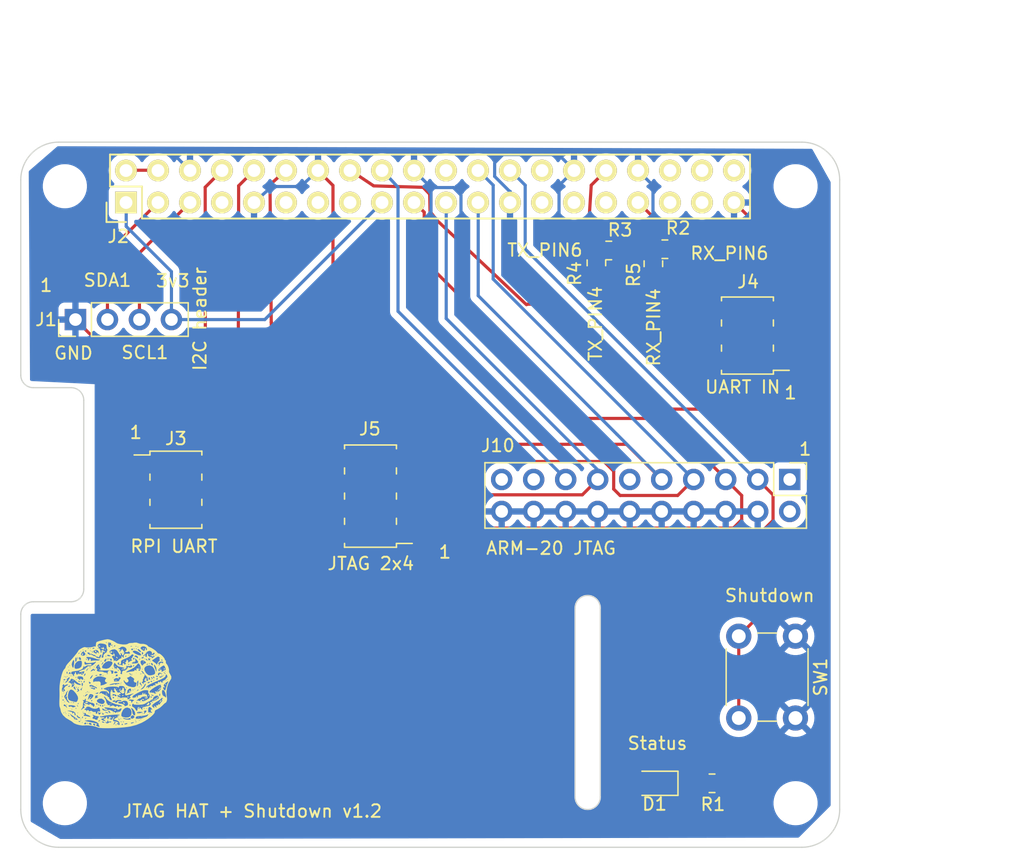
<source format=kicad_pcb>
(kicad_pcb (version 20221018) (generator pcbnew)
  (layers (0 "F.Cu" signal) (31 "B.Cu" signal) (34 "B.Paste" user) (35 "F.Paste" user) (36 "B.SilkS" user "B.Silkscreen") (37 "F.SilkS" user "F.Silkscreen") (38 "B.Mask" user) (39 "F.Mask" user) (44 "Edge.Cuts" user))
  (net 0 "")
  (net 1 "+3.3V")
  (net 2 "+5V")
  (net 3 "GND")
  (net 29 "/RPi_GPIO/SDA")
  (net 30 "/RPi_GPIO/SCL")
  (net 31 "/RPi_GPIO/RXD0")
  (net 32 "/RPi_GPIO/TXD0")
  (net 33 "/RPi_GPIO/GPIO18")
  (net 34 "/RPi_GPIO/GPIO23")
  (net 35 "/RPi_GPIO/SRST")
  (net 36 "/RPi_GPIO/TDI")
  (net 37 "/RPi_GPIO/TDO")
  (net 38 "/RPi_GPIO/TCK")
  (net 39 "/RPi_GPIO/TMS")
  (net 40 "/RPi_GPIO/TRST")
  (net 41 "/RPi_GPIO/RXD5")
  (net 42 "Net-(D1-K)")
  (net 43 "/RPi_GPIO/TXD5")
  (net 44 "/RPi_GPIO/PIN6_RXTX")
  (net 45 "/RPi_GPIO/PIN4_RXTX")
  (footprint "Resistor_SMD:R_0805_2012Metric_Pad1.20x1.40mm_HandSolder" (layer "F.Cu") (at 151.8412 62.8048 90)
    (fp_text reference "R4" (at -0.8476 -1.7272 90) (layer "F.SilkS"))
    (fp_text value "R0")
    (pad "1" smd roundrect (at -1 0 90) (size 1.2 1.4) (layers "F.Cu" "F.Paste" "F.Mask") (roundrect_rratio 0.208333) (net 45 "/RPi_GPIO/PIN4_RXTX"))
    (pad "2" smd roundrect (at 1 0 90) (size 1.2 1.4) (layers "F.Cu" "F.Paste" "F.Mask") (roundrect_rratio 0.208333) (net 43 "/RPi_GPIO/TXD5"))
  )
  (footprint "Resistor_SMD:R_0805_2012Metric_Pad1.20x1.40mm_HandSolder" (layer "F.Cu") (at 156.3624 62.8744 -90)
    (fp_text reference "R5" (at 0.8796 1.5748 -90) (layer "F.SilkS"))
    (fp_text value "R0")
    (pad "1" smd roundrect (at -1 0 270) (size 1.2 1.4) (layers "F.Cu" "F.Paste" "F.Mask") (roundrect_rratio 0.208333) (net 41 "/RPi_GPIO/RXD5"))
    (pad "2" smd roundrect (at 1 0 270) (size 1.2 1.4) (layers "F.Cu" "F.Paste" "F.Mask") (roundrect_rratio 0.208333) (net 45 "/RPi_GPIO/PIN4_RXTX"))
  )
  (footprint "Resistor_SMD:R_0805_2012Metric_Pad1.20x1.40mm_HandSolder" (layer "F.Cu") (at 157.2768 61.722)
    (fp_text reference "R2" (at 1.0508 -1.6764) (layer "F.SilkS"))
    (fp_text value "R0")
    (pad "1" smd roundrect (at -1 0) (size 1.2 1.4) (layers "F.Cu" "F.Paste" "F.Mask") (roundrect_rratio 0.208333) (net 41 "/RPi_GPIO/RXD5"))
    (pad "2" smd roundrect (at 1 0) (size 1.2 1.4) (layers "F.Cu" "F.Paste" "F.Mask") (roundrect_rratio 0.208333) (net 44 "/RPi_GPIO/PIN6_RXTX"))
  )
  (footprint "MountingHole:MountingHole_3mm" (layer "F.Cu") (at 109.65 105.72)
    (fp_text reference "H3" hide)
    (fp_text value "MountingHole")
    (pad "" np_thru_hole circle (at 0 0) (size 3 3) (drill 3) (layers "*.Cu" "*.Mask"))
  )
  (footprint "LED_SMD:LED_0805_2012Metric_Pad1.15x1.40mm_HandSolder" (layer "F.Cu") (at 156.455 104.14 180)
    (fp_text reference "D1" (at 0 -1.65) (layer "F.SilkS"))
    (fp_text value "LED")
    (pad "1" smd roundrect (at -1.025 0 180) (size 1.15 1.4) (layers "F.Cu" "F.Paste" "F.Mask") (roundrect_rratio 0.217391) (net 42 "Net-(D1-K)"))
    (pad "2" smd roundrect (at 1.025 0 180) (size 1.15 1.4) (layers "F.Cu" "F.Paste" "F.Mask") (roundrect_rratio 0.217391) (net 33 "/RPi_GPIO/GPIO18"))
  )
  (footprint "Connector_PinHeader_2.00mm:PinHeader_2x03_P2.00mm_Vertical_SMD" (layer "F.Cu") (at 163.83 68.58 180)
    (fp_text reference "J4" (at -0.0508 4.2672) (layer "F.SilkS"))
    (fp_text value "UART IN")
    (pad "1" smd rect (at -2.085 -2 180) (size 2.58 1) (layers "F.Cu" "F.Paste" "F.Mask"))
    (pad "2" smd rect (at 2.085 -2 180) (size 2.58 1) (layers "F.Cu" "F.Paste" "F.Mask"))
    (pad "3" smd rect (at -2.085 0 180) (size 2.58 1) (layers "F.Cu" "F.Paste" "F.Mask") (net 3 "GND"))
    (pad "4" smd rect (at 2.085 0 180) (size 2.58 1) (layers "F.Cu" "F.Paste" "F.Mask") (net 45 "/RPi_GPIO/PIN4_RXTX"))
    (pad "5" smd rect (at -2.085 2 180) (size 2.58 1) (layers "F.Cu" "F.Paste" "F.Mask"))
    (pad "6" smd rect (at 2.085 2 180) (size 2.58 1) (layers "F.Cu" "F.Paste" "F.Mask") (net 44 "/RPi_GPIO/PIN6_RXTX"))
  )
  (footprint "Button_Switch_THT:SW_PUSH_6mm" (layer "F.Cu") (at 167.64 92.456 -90)
    (fp_text reference "SW1" (at 3.25 -2 90) (layer "F.SilkS"))
    (fp_text value "SW_Push")
    (pad "1" thru_hole circle (at 0 0) (size 2 2) (drill 1.1) (layers "*.Cu" "*.Mask") (net 3 "GND"))
    (pad "1" thru_hole circle (at 6.5 0) (size 2 2) (drill 1.1) (layers "*.Cu" "*.Mask") (net 3 "GND"))
    (pad "2" thru_hole circle (at 0 4.5) (size 2 2) (drill 1.1) (layers "*.Cu" "*.Mask") (net 34 "/RPi_GPIO/GPIO23"))
    (pad "2" thru_hole circle (at 6.5 4.5) (size 2 2) (drill 1.1) (layers "*.Cu" "*.Mask") (net 34 "/RPi_GPIO/GPIO23"))
  )
  (footprint "Connector_PinHeader_2.54mm:PinHeader_2x10_P2.54mm_Vertical" (layer "F.Cu") (at 167.1828 80.01 -90)
    (fp_text reference "J10" (at -2.6924 23.1648 -180) (layer "F.SilkS"))
    (fp_text value "ARM-20 JTAG")
    (pad "1" thru_hole rect (at 0 0 270) (size 1.7 1.7) (drill 1) (layers "*.Cu" "*.Mask"))
    (pad "2" thru_hole oval (at 2.54 0 270) (size 1.7 1.7) (drill 1) (layers "*.Cu" "*.Mask"))
    (pad "3" thru_hole oval (at 0 2.54 270) (size 1.7 1.7) (drill 1) (layers "*.Cu" "*.Mask") (net 40 "/RPi_GPIO/TRST"))
    (pad "4" thru_hole oval (at 2.54 2.54 270) (size 1.7 1.7) (drill 1) (layers "*.Cu" "*.Mask") (net 3 "GND"))
    (pad "5" thru_hole oval (at 0 5.08 270) (size 1.7 1.7) (drill 1) (layers "*.Cu" "*.Mask") (net 36 "/RPi_GPIO/TDI"))
    (pad "6" thru_hole oval (at 2.54 5.08 270) (size 1.7 1.7) (drill 1) (layers "*.Cu" "*.Mask") (net 3 "GND"))
    (pad "7" thru_hole oval (at 0 7.62 270) (size 1.7 1.7) (drill 1) (layers "*.Cu" "*.Mask") (net 39 "/RPi_GPIO/TMS"))
    (pad "8" thru_hole oval (at 2.54 7.62 270) (size 1.7 1.7) (drill 1) (layers "*.Cu" "*.Mask") (net 3 "GND"))
    (pad "9" thru_hole oval (at 0 10.16 270) (size 1.7 1.7) (drill 1) (layers "*.Cu" "*.Mask") (net 38 "/RPi_GPIO/TCK"))
    (pad "10" thru_hole oval (at 2.54 10.16 270) (size 1.7 1.7) (drill 1) (layers "*.Cu" "*.Mask") (net 3 "GND"))
    (pad "11" thru_hole oval (at 0 12.7 270) (size 1.7 1.7) (drill 1) (layers "*.Cu" "*.Mask"))
    (pad "12" thru_hole oval (at 2.54 12.7 270) (size 1.7 1.7) (drill 1) (layers "*.Cu" "*.Mask") (net 3 "GND"))
    (pad "13" thru_hole oval (at 0 15.24 270) (size 1.7 1.7) (drill 1) (layers "*.Cu" "*.Mask") (net 37 "/RPi_GPIO/TDO"))
    (pad "14" thru_hole oval (at 2.54 15.24 270) (size 1.7 1.7) (drill 1) (layers "*.Cu" "*.Mask") (net 3 "GND"))
    (pad "15" thru_hole oval (at 0 17.78 270) (size 1.7 1.7) (drill 1) (layers "*.Cu" "*.Mask") (net 35 "/RPi_GPIO/SRST"))
    (pad "16" thru_hole oval (at 2.54 17.78 270) (size 1.7 1.7) (drill 1) (layers "*.Cu" "*.Mask") (net 3 "GND"))
    (pad "17" thru_hole oval (at 0 20.32 270) (size 1.7 1.7) (drill 1) (layers "*.Cu" "*.Mask"))
    (pad "18" thru_hole oval (at 2.54 20.32 270) (size 1.7 1.7) (drill 1) (layers "*.Cu" "*.Mask") (net 3 "GND"))
    (pad "19" thru_hole oval (at 0 22.86 270) (size 1.7 1.7) (drill 1) (layers "*.Cu" "*.Mask"))
    (pad "20" thru_hole oval (at 2.54 22.86 270) (size 1.7 1.7) (drill 1) (layers "*.Cu" "*.Mask") (net 3 "GND"))
  )
  (footprint "Resistor_SMD:R_0805_2012Metric_Pad1.20x1.40mm_HandSolder" (layer "F.Cu") (at 152.8224 61.8236 180)
    (fp_text reference "R3" (at -0.8984 1.6256) (layer "F.SilkS"))
    (fp_text value "R0")
    (pad "1" smd roundrect (at -1 0 180) (size 1.2 1.4) (layers "F.Cu" "F.Paste" "F.Mask") (roundrect_rratio 0.208333) (net 44 "/RPi_GPIO/PIN6_RXTX"))
    (pad "2" smd roundrect (at 1 0 180) (size 1.2 1.4) (layers "F.Cu" "F.Paste" "F.Mask") (roundrect_rratio 0.208333) (net 43 "/RPi_GPIO/TXD5"))
  )
  (footprint "RPi_Hat:Pin_Header_Straight_2x20" (layer "F.Cu") (at 138.6332 56.7436 90)
    (fp_text reference "J2" (at -3.9624 -24.7396) (layer "F.SilkS"))
    (fp_text value "RPi_GPIO")
    (pad "1" thru_hole rect (at -1.27 -24.13 90) (size 1.7272 1.7272) (drill 1.016) (layers "*.Cu" "*.Mask" "F.SilkS") (net 1 "+3.3V"))
    (pad "2" thru_hole oval (at 1.27 -24.13 90) (size 1.7272 1.7272) (drill 1.016) (layers "*.Cu" "*.Mask" "F.SilkS") (net 2 "+5V"))
    (pad "3" thru_hole oval (at -1.27 -21.59 90) (size 1.7272 1.7272) (drill 1.016) (layers "*.Cu" "*.Mask" "F.SilkS") (net 29 "/RPi_GPIO/SDA"))
    (pad "4" thru_hole oval (at 1.27 -21.59 90) (size 1.7272 1.7272) (drill 1.016) (layers "*.Cu" "*.Mask" "F.SilkS") (net 2 "+5V"))
    (pad "5" thru_hole oval (at -1.27 -19.05 90) (size 1.7272 1.7272) (drill 1.016) (layers "*.Cu" "*.Mask" "F.SilkS") (net 30 "/RPi_GPIO/SCL"))
    (pad "6" thru_hole oval (at 1.27 -19.05 90) (size 1.7272 1.7272) (drill 1.016) (layers "*.Cu" "*.Mask" "F.SilkS") (net 3 "GND"))
    (pad "7" thru_hole oval (at -1.27 -16.51 90) (size 1.7272 1.7272) (drill 1.016) (layers "*.Cu" "*.Mask" "F.SilkS"))
    (pad "8" thru_hole oval (at 1.27 -16.51 90) (size 1.7272 1.7272) (drill 1.016) (layers "*.Cu" "*.Mask" "F.SilkS") (net 32 "/RPi_GPIO/TXD0"))
    (pad "9" thru_hole oval (at -1.27 -13.97 90) (size 1.7272 1.7272) (drill 1.016) (layers "*.Cu" "*.Mask" "F.SilkS") (net 3 "GND"))
    (pad "10" thru_hole oval (at 1.27 -13.97 90) (size 1.7272 1.7272) (drill 1.016) (layers "*.Cu" "*.Mask" "F.SilkS") (net 31 "/RPi_GPIO/RXD0"))
    (pad "11" thru_hole oval (at -1.27 -11.43 90) (size 1.7272 1.7272) (drill 1.016) (layers "*.Cu" "*.Mask" "F.SilkS"))
    (pad "12" thru_hole oval (at 1.27 -11.43 90) (size 1.7272 1.7272) (drill 1.016) (layers "*.Cu" "*.Mask" "F.SilkS") (net 33 "/RPi_GPIO/GPIO18"))
    (pad "13" thru_hole oval (at -1.27 -8.89 90) (size 1.7272 1.7272) (drill 1.016) (layers "*.Cu" "*.Mask" "F.SilkS"))
    (pad "14" thru_hole oval (at 1.27 -8.89 90) (size 1.7272 1.7272) (drill 1.016) (layers "*.Cu" "*.Mask" "F.SilkS") (net 3 "GND"))
    (pad "15" thru_hole oval (at -1.27 -6.35 90) (size 1.7272 1.7272) (drill 1.016) (layers "*.Cu" "*.Mask" "F.SilkS"))
    (pad "16" thru_hole oval (at 1.27 -6.35 90) (size 1.7272 1.7272) (drill 1.016) (layers "*.Cu" "*.Mask" "F.SilkS") (net 34 "/RPi_GPIO/GPIO23"))
    (pad "17" thru_hole oval (at -1.27 -3.81 90) (size 1.7272 1.7272) (drill 1.016) (layers "*.Cu" "*.Mask" "F.SilkS") (net 1 "+3.3V"))
    (pad "18" thru_hole oval (at 1.27 -3.81 90) (size 1.7272 1.7272) (drill 1.016) (layers "*.Cu" "*.Mask" "F.SilkS") (net 35 "/RPi_GPIO/SRST"))
    (pad "19" thru_hole oval (at -1.27 -1.27 90) (size 1.7272 1.7272) (drill 1.016) (layers "*.Cu" "*.Mask" "F.SilkS") (net 36 "/RPi_GPIO/TDI"))
    (pad "20" thru_hole oval (at 1.27 -1.27 90) (size 1.7272 1.7272) (drill 1.016) (layers "*.Cu" "*.Mask" "F.SilkS") (net 3 "GND"))
    (pad "21" thru_hole oval (at -1.27 1.27 90) (size 1.7272 1.7272) (drill 1.016) (layers "*.Cu" "*.Mask" "F.SilkS") (net 37 "/RPi_GPIO/TDO"))
    (pad "22" thru_hole oval (at 1.27 1.27 90) (size 1.7272 1.7272) (drill 1.016) (layers "*.Cu" "*.Mask" "F.SilkS"))
    (pad "23" thru_hole oval (at -1.27 3.81 90) (size 1.7272 1.7272) (drill 1.016) (layers "*.Cu" "*.Mask" "F.SilkS") (net 38 "/RPi_GPIO/TCK"))
    (pad "24" thru_hole oval (at 1.27 3.81 90) (size 1.7272 1.7272) (drill 1.016) (layers "*.Cu" "*.Mask" "F.SilkS") (net 39 "/RPi_GPIO/TMS"))
    (pad "25" thru_hole oval (at -1.27 6.35 90) (size 1.7272 1.7272) (drill 1.016) (layers "*.Cu" "*.Mask" "F.SilkS") (net 3 "GND"))
    (pad "26" thru_hole oval (at 1.27 6.35 90) (size 1.7272 1.7272) (drill 1.016) (layers "*.Cu" "*.Mask" "F.SilkS") (net 40 "/RPi_GPIO/TRST"))
    (pad "27" thru_hole oval (at -1.27 8.89 90) (size 1.7272 1.7272) (drill 1.016) (layers "*.Cu" "*.Mask" "F.SilkS"))
    (pad "28" thru_hole oval (at 1.27 8.89 90) (size 1.7272 1.7272) (drill 1.016) (layers "*.Cu" "*.Mask" "F.SilkS"))
    (pad "29" thru_hole oval (at -1.27 11.43 90) (size 1.7272 1.7272) (drill 1.016) (layers "*.Cu" "*.Mask" "F.SilkS"))
    (pad "30" thru_hole oval (at 1.27 11.43 90) (size 1.7272 1.7272) (drill 1.016) (layers "*.Cu" "*.Mask" "F.SilkS") (net 3 "GND"))
    (pad "31" thru_hole oval (at -1.27 13.97 90) (size 1.7272 1.7272) (drill 1.016) (layers "*.Cu" "*.Mask" "F.SilkS"))
    (pad "32" thru_hole oval (at 1.27 13.97 90) (size 1.7272 1.7272) (drill 1.016) (layers "*.Cu" "*.Mask" "F.SilkS") (net 43 "/RPi_GPIO/TXD5"))
    (pad "33" thru_hole oval (at -1.27 16.51 90) (size 1.7272 1.7272) (drill 1.016) (layers "*.Cu" "*.Mask" "F.SilkS") (net 41 "/RPi_GPIO/RXD5"))
    (pad "34" thru_hole oval (at 1.27 16.51 90) (size 1.7272 1.7272) (drill 1.016) (layers "*.Cu" "*.Mask" "F.SilkS") (net 3 "GND"))
    (pad "35" thru_hole oval (at -1.27 19.05 90) (size 1.7272 1.7272) (drill 1.016) (layers "*.Cu" "*.Mask" "F.SilkS"))
    (pad "36" thru_hole oval (at 1.27 19.05 90) (size 1.7272 1.7272) (drill 1.016) (layers "*.Cu" "*.Mask" "F.SilkS"))
    (pad "37" thru_hole oval (at -1.27 21.59 90) (size 1.7272 1.7272) (drill 1.016) (layers "*.Cu" "*.Mask" "F.SilkS"))
    (pad "38" thru_hole oval (at 1.27 21.59 90) (size 1.7272 1.7272) (drill 1.016) (layers "*.Cu" "*.Mask" "F.SilkS"))
    (pad "39" thru_hole oval (at -1.27 24.13 90) (size 1.7272 1.7272) (drill 1.016) (layers "*.Cu" "*.Mask" "F.SilkS") (net 3 "GND"))
    (pad "40" thru_hole oval (at 1.27 24.13 90) (size 1.7272 1.7272) (drill 1.016) (layers "*.Cu" "*.Mask" "F.SilkS"))
  )
  (footprint "Connector_PinHeader_2.54mm:PinHeader_1x04_P2.54mm_Vertical" (layer "F.Cu") (at 110.49 67.31 90)
    (fp_text reference "J1" (at 0 -2.33 180) (layer "F.SilkS"))
    (fp_text value "I2C header")
    (pad "1" thru_hole rect (at 0 0 90) (size 1.7 1.7) (drill 1) (layers "*.Cu" "*.Mask") (net 3 "GND"))
    (pad "2" thru_hole oval (at 0 2.54 90) (size 1.7 1.7) (drill 1) (layers "*.Cu" "*.Mask") (net 29 "/RPi_GPIO/SDA"))
    (pad "3" thru_hole oval (at 0 5.08 90) (size 1.7 1.7) (drill 1) (layers "*.Cu" "*.Mask") (net 30 "/RPi_GPIO/SCL"))
    (pad "4" thru_hole oval (at 0 7.62 90) (size 1.7 1.7) (drill 1) (layers "*.Cu" "*.Mask") (net 1 "+3.3V"))
  )
  (footprint "MountingHole:MountingHole_3mm" (layer "F.Cu") (at 109.65 56.72)
    (fp_text reference "H1" hide)
    (fp_text value "MountingHole" hide)
    (pad "" np_thru_hole circle (at 0 0) (size 3 3) (drill 3) (layers "*.Cu" "*.Mask"))
  )
  (footprint "Resistor_SMD:R_0805_2012Metric_Pad1.20x1.40mm_HandSolder" (layer "F.Cu") (at 161.02 104.14)
    (fp_text reference "R1" (at 0.0668 1.6764) (layer "F.SilkS"))
    (fp_text value "R2200")
    (pad "1" smd roundrect (at -1 0) (size 1.2 1.4) (layers "F.Cu" "F.Paste" "F.Mask") (roundrect_rratio 0.208333) (net 42 "Net-(D1-K)"))
    (pad "2" smd roundrect (at 1 0) (size 1.2 1.4) (layers "F.Cu" "F.Paste" "F.Mask") (roundrect_rratio 0.208333) (net 3 "GND"))
  )
  (footprint "Connector_PinHeader_2.00mm:PinHeader_2x03_P2.00mm_Vertical_SMD" (layer "F.Cu") (at 118.4634 80.8228)
    (fp_text reference "J3" (at 0 -4.06) (layer "F.SilkS"))
    (fp_text value "RPI UART")
    (pad "1" smd rect (at -2.085 -2) (size 2.58 1) (layers "F.Cu" "F.Paste" "F.Mask"))
    (pad "2" smd rect (at 2.085 -2) (size 2.58 1) (layers "F.Cu" "F.Paste" "F.Mask"))
    (pad "3" smd rect (at -2.085 0) (size 2.58 1) (layers "F.Cu" "F.Paste" "F.Mask") (net 3 "GND"))
    (pad "4" smd rect (at 2.085 0) (size 2.58 1) (layers "F.Cu" "F.Paste" "F.Mask") (net 32 "/RPi_GPIO/TXD0"))
    (pad "5" smd rect (at -2.085 2) (size 2.58 1) (layers "F.Cu" "F.Paste" "F.Mask"))
    (pad "6" smd rect (at 2.085 2) (size 2.58 1) (layers "F.Cu" "F.Paste" "F.Mask") (net 31 "/RPi_GPIO/RXD0"))
  )
  (footprint "MountingHole:MountingHole_3mm" (layer "F.Cu") (at 167.65 56.72)
    (fp_text reference "H2" hide)
    (fp_text value "MountingHole")
    (pad "" np_thru_hole circle (at 0 0) (size 3 3) (drill 3) (layers "*.Cu" "*.Mask"))
  )
  (footprint "LOGO" (layer "F.Cu") (at 113.5888 96.1644)
    (fp_text reference "G***" (at 0 0) (layer "F.SilkS") (effects (font (size 1.5 1.5) (thickness 0.3))))
    (fp_text value "LOGO" hide)
  )
  (footprint "MountingHole:MountingHole_3mm" (layer "F.Cu") (at 167.65 105.72)
    (fp_text reference "H4" hide)
    (fp_text value "MountingHole")
    (pad "" np_thru_hole circle (at 0 0) (size 3 3) (drill 3) (layers "*.Cu" "*.Mask"))
  )
  (footprint "Connector_PinHeader_2.00mm:PinHeader_2x04_P2.00mm_Vertical_SMD" (layer "F.Cu") (at 133.9088 81.3308 180)
    (fp_text reference "J5" (at 0.0508 5.334) (layer "F.SilkS"))
    (fp_text value "JTAG 2x4")
    (pad "1" smd rect (at -2.085 -3 180) (size 2.58 1) (layers "F.Cu" "F.Paste" "F.Mask") (net 40 "/RPi_GPIO/TRST"))
    (pad "2" smd rect (at 2.085 -3 180) (size 2.58 1) (layers "F.Cu" "F.Paste" "F.Mask") (net 3 "GND"))
    (pad "3" smd rect (at -2.085 -1 180) (size 2.58 1) (layers "F.Cu" "F.Paste" "F.Mask") (net 36 "/RPi_GPIO/TDI"))
    (pad "4" smd rect (at 2.085 -1 180) (size 2.58 1) (layers "F.Cu" "F.Paste" "F.Mask") (net 37 "/RPi_GPIO/TDO"))
    (pad "5" smd rect (at -2.085 1 180) (size 2.58 1) (layers "F.Cu" "F.Paste" "F.Mask") (net 39 "/RPi_GPIO/TMS"))
    (pad "6" smd rect (at 2.085 1 180) (size 2.58 1) (layers "F.Cu" "F.Paste" "F.Mask") (net 38 "/RPi_GPIO/TCK"))
    (pad "7" smd rect (at -2.085 3 180) (size 2.58 1) (layers "F.Cu" "F.Paste" "F.Mask") (net 3 "GND"))
    (pad "8" smd rect (at 2.085 3 180) (size 2.58 1) (layers "F.Cu" "F.Paste" "F.Mask"))
  )
  (gr_line (start 152.15 90.22) (end 152.15 105.22) (stroke (width 0.1)) (layer "Edge.Cuts"))
  (gr_arc (start 107.15 72.72) (mid 106.442893 72.427107) (end 106.15 71.72) (stroke (width 0.1)) (layer "Edge.Cuts"))
  (gr_line (start 171.15 56.22) (end 171.15 106.22) (stroke (width 0.1)) (layer "Edge.Cuts"))
  (gr_arc (start 152.15 105.22) (mid 151.15 106.22) (end 150.15 105.22) (stroke (width 0.1)) (layer "Edge.Cuts"))
  (gr_arc (start 106.15 56.22) (mid 107.02868 54.09868) (end 109.15 53.22) (stroke (width 0.1)) (layer "Edge.Cuts"))
  (gr_arc (start 150.15 90.22) (mid 151.15 89.22) (end 152.15 90.22) (stroke (width 0.1)) (layer "Edge.Cuts"))
  (gr_line (start 106.15 90.72) (end 106.15 106.22) (stroke (width 0.1)) (layer "Edge.Cuts"))
  (gr_line (start 107.15 89.72) (end 110.15 89.72) (stroke (width 0.1)) (layer "Edge.Cuts"))
  (gr_line (start 150.15 90.22) (end 150.15 105.22) (stroke (width 0.1)) (layer "Edge.Cuts"))
  (gr_arc (start 110.15 72.72) (mid 110.857107 73.012893) (end 111.15 73.72) (stroke (width 0.1)) (layer "Edge.Cuts"))
  (gr_arc (start 109.15 109.22) (mid 107.02868 108.34132) (end 106.15 106.22) (stroke (width 0.1)) (layer "Edge.Cuts"))
  (gr_line (start 109.15 53.22) (end 168.15 53.22) (stroke (width 0.1)) (layer "Edge.Cuts"))
  (gr_arc (start 106.15 90.72) (mid 106.442893 90.012893) (end 107.15 89.72) (stroke (width 0.1)) (layer "Edge.Cuts"))
  (gr_line (start 106.15 56.22) (end 106.15 71.72) (stroke (width 0.1)) (layer "Edge.Cuts"))
  (gr_line (start 109.15 109.22) (end 168.15 109.22) (stroke (width 0.1)) (layer "Edge.Cuts"))
  (gr_line (start 107.15 72.72) (end 110.15 72.72) (stroke (width 0.1)) (layer "Edge.Cuts"))
  (gr_line (start 111.15 73.72) (end 111.15 88.72) (stroke (width 0.1)) (layer "Edge.Cuts"))
  (gr_arc (start 168.15 53.22) (mid 170.27132 54.09868) (end 171.15 56.22) (stroke (width 0.1)) (layer "Edge.Cuts"))
  (gr_arc (start 111.15 88.72) (mid 110.857107 89.427107) (end 110.15 89.72) (stroke (width 0.1)) (layer "Edge.Cuts"))
  (gr_arc (start 171.15 106.22) (mid 170.27132 108.34132) (end 168.15 109.22) (stroke (width 0.1)) (layer "Edge.Cuts"))
  (gr_text "1" (at 138.8872 86.614) (layer "F.Cu") (effects (font (size 1.5 1.5) (thickness 0.3) bold) (justify left bottom)))
  (gr_text "1" (at 166.3192 73.8632) (layer "F.Cu") (effects (font (size 1.5 1.5) (thickness 0.3) bold) (justify left bottom)))
  (gr_text "1" (at 114.4524 77.0128) (layer "F.Cu") (effects (font (size 1.5 1.5) (thickness 0.3) bold) (justify left bottom)))
  (gr_text "1" (at 107.3404 65.4812) (layer "F.Cu") (effects (font (size 1.5 1.5) (thickness 0.3) bold) (justify left bottom)))
  (gr_text "JTAG HAT + Shutdown v1.2" (at 114.1476 106.934) (layer "F.SilkS") (effects (font (size 1 1)) (justify left bottom)))
  (gr_text "SDA1" (at 111.0488 64.77) (layer "F.SilkS") (effects (font (size 1 1)) (justify left bottom)))
  (gr_text "TX_PIN4" (at 152.3492 70.7136 90) (layer "F.SilkS") (effects (font (size 1 1)) (justify left bottom)))
  (gr_text "I2C header" (at 120.9548 71.4756 90) (layer "F.SilkS") (effects (font (size 1 1)) (justify left bottom)))
  (gr_text "JTAG 2x4\n" (at 130.4036 87.2744) (layer "F.SilkS") (effects (font (size 1 1)) (justify left bottom)))
  (gr_text "1" (at 114.7064 76.8604) (layer "F.SilkS") (effects (font (size 1 1)) (justify left bottom)))
  (gr_text "TX_PIN6" (at 144.6784 62.3824) (layer "F.SilkS") (effects (font (size 1 1)) (justify left bottom)))
  (gr_text "1" (at 166.6748 73.7108) (layer "F.SilkS") (effects (font (size 1 1)) (justify left bottom)))
  (gr_text "1" (at 139.2428 86.36) (layer "F.SilkS") (effects (font (size 1 1)) (justify left bottom)))
  (gr_text "3v3" (at 116.7892 64.8208) (layer "F.SilkS") (effects (font (size 1 1)) (justify left bottom)))
  (gr_text "Shutdown" (at 161.9504 89.8144) (layer "F.SilkS") (effects (font (size 1 1)) (justify left bottom)))
  (gr_text "RX_PIN6" (at 159.2072 62.6364) (layer "F.SilkS") (effects (font (size 1 1)) (justify left bottom)))
  (gr_text "GND" (at 108.712 70.5612) (layer "F.SilkS") (effects (font (size 1 1)) (justify left bottom)))
  (gr_text "1" (at 107.5944 65.1764) (layer "F.SilkS") (effects (font (size 1 1)) (justify left bottom)))
  (gr_text "ARM-20 JTAG" (at 143.002 86.0552) (layer "F.SilkS") (effects (font (size 1 1)) (justify left bottom)))
  (gr_text "UART IN" (at 160.3756 73.2536) (layer "F.SilkS") (effects (font (size 1 1)) (justify left bottom)))
  (gr_text "SCL1" (at 114.046 70.5104) (layer "F.SilkS") (effects (font (size 1 1)) (justify left bottom)))
  (gr_text "1" (at 167.8432 78.1812) (layer "F.SilkS") (effects (font (size 1 1)) (justify left bottom)))
  (gr_text "Status\n" (at 154.2288 101.5492) (layer "F.SilkS") (effects (font (size 1 1)) (justify left bottom)))
  (gr_text "RX_PIN4" (at 156.972 71.12 90) (layer "F.SilkS") (effects (font (size 1 1)) (justify left bottom)))
  (gr_text "RPI UART" (at 114.7572 85.9028) (layer "F.SilkS") (effects (font (size 1 1)) (justify left bottom)))
  (segment (start 114.52 57.99) (end 114.52 58.64) (width 0.25) (layer "F.Cu") (net 1))
  (segment (start 134.84 57.99) (end 125.52 67.31) (width 0.25) (layer "B.Cu") (net 1))
  (segment (start 114.52 57.99) (end 114.52 59.91) (width 0.25) (layer "B.Cu") (net 1))
  (segment (start 114.52 59.91) (end 118.11 63.5) (width 0.25) (layer "B.Cu") (net 1))
  (segment (start 118.11 63.5) (end 118.11 67.31) (width 0.25) (layer "B.Cu") (net 1))
  (segment (start 125.52 67.31) (end 118.11 67.31) (width 0.25) (layer "B.Cu") (net 1))
  (segment (start 114.52 55.45) (end 117.06 55.45) (width 0.25) (layer "F.Cu") (net 2))
  (segment (start 167.205 68.58) (end 165.915 68.58) (width 0.25) (layer "F.Cu") (net 3))
  (segment (start 130.9318 73.1012) (end 128.8288 75.2042) (width 0.25) (layer "F.Cu") (net 3))
  (segment (start 110.49 67.31) (end 113.4872 70.3072) (width 0.25) (layer "F.Cu") (net 3))
  (segment (start 130.9318 73.2688) (end 135.9938 78.3308) (width 0.25) (layer "F.Cu") (net 3))
  (segment (start 128.8288 82.6258) (end 130.5338 84.3308) (width 0.25) (layer "F.Cu") (net 3))
  (segment (start 167.64 98.956) (end 162.456 104.14) (width 0.25) (layer "F.Cu") (net 3))
  (segment (start 162.78 57.99) (end 168.656 63.866) (width 0.25) (layer "F.Cu") (net 3))
  (segment (start 128.8288 75.2042) (end 128.8288 82.6258) (width 0.25) (layer "F.Cu") (net 3))
  (segment (start 114.3 80.8228) (end 116.3784 80.8228) (width 0.25) (layer "F.Cu") (net 3))
  (segment (start 130.9318 56.6622) (end 130.9318 73.1012) (width 0.25) (layer "F.Cu") (net 3))
  (segment (start 129.7432 55.4736) (end 130.9318 56.6622) (width 0.25) (layer "F.Cu") (net 3))
  (segment (start 168.656 63.866) (end 168.656 67.129) (width 0.25) (layer "F.Cu") (net 3))
  (segment (start 130.5338 84.3308) (end 131.8238 84.3308) (width 0.25) (layer "F.Cu") (net 3))
  (segment (start 113.4872 80.01) (end 114.3 80.8228) (width 0.25) (layer "F.Cu") (net 3))
  (segment (start 168.656 67.129) (end 167.205 68.58) (width 0.25) (layer "F.Cu") (net 3))
  (segment (start 130.9318 73.1012) (end 130.9318 73.2688) (width 0.25) (layer "F.Cu") (net 3))
  (segment (start 113.4872 70.3072) (end 113.4872 80.01) (width 0.25) (layer "F.Cu") (net 3))
  (segment (start 162.456 104.14) (end 162.02 104.14) (width 0.25) (layer "F.Cu") (net 3))
  (segment (start 150.08 55.45) (end 148.896131 54.266131) (width 0.25) (layer "B.Cu") (net 3))
  (segment (start 143.764 54.959339) (end 143.764 55.940661) (width 0.25) (layer "B.Cu") (net 3))
  (segment (start 126.0856 56.7436) (end 128.3716 56.7436) (width 0.25) (layer "B.Cu") (net 3))
  (segment (start 141.0918 57.4242) (end 141.0918 60.1778) (width 0.25) (layer "B.Cu") (net 3))
  (segment (start 155.1432 55.4736) (end 156.3318 56.6622) (width 0.25) (layer "B.Cu") (net 3))
  (segment (start 148.896131 54.2036) (end 144.504608 54.2036) (width 0.25) (layer "B.Cu") (net 3))
  (segment (start 138.7146 56.825) (end 140.4926 56.825) (width 0.25) (layer "B.Cu") (net 3))
  (segment (start 119.5832 55.4736) (end 118.3132 54.2036) (width 0.25) (layer "B.Cu") (net 3))
  (segment (start 137.3632 55.4736) (end 138.7146 56.825) (width 0.25) (layer "B.Cu") (net 3))
  (segment (start 138.7146 56.825) (end 138.7146 60.4722) (width 0.25) (layer "B.Cu") (net 3))
  (segment (start 143.764 55.940661) (end 144.9526 57.129261) (width 0.25) (layer "B.Cu") (net 3))
  (segment (start 128.3716 56.7436) (end 129.76 55.45) (width 0.25) (layer "B.Cu") (net 3))
  (segment (start 141.0918 60.1778) (end 141.0716 60.198) (width 0.25) (layer "B.Cu") (net 3))
  (segment (start 148.8746 56.6622) (end 148.8746 59.9642) (width 0.25) (layer "B.Cu") (net 3))
  (segment (start 144.457208 54.170792) (end 143.764 54.864) (width 0.25) (layer "B.Cu") (net 3))
  (segment (start 150.0632 55.4736) (end 148.8746 56.6622) (width 0.25) (layer "B.Cu") (net 3))
  (segment (start 140.4926 56.825) (end 141.0918 57.4242) (width 0.25) (layer "B.Cu") (net 3))
  (segment (start 145 57.129261) (end 145 57.99) (width 0.25) (layer "B.Cu") (net 3))
  (segment (start 124.68 57.99) (end 126.0856 56.7436) (width 0.25) (layer "B.Cu") (net 3))
  (segment (start 156.3318 56.6622) (end 156.3318 59.9642) (width 0.25) (layer "B.Cu") (net 3))
  (segment (start 113.03 62.02) (end 113.03 67.31) (width 0.25) (layer "F.Cu") (net 29))
  (segment (start 117.06 57.99) (end 113.03 62.02) (width 0.25) (layer "F.Cu") (net 29))
  (segment (start 119.6 57.99) (end 115.57 62.02) (width 0.25) (layer "F.Cu") (net 30))
  (segment (start 115.57 62.02) (end 115.57 67.31) (width 0.25) (layer "F.Cu") (net 30))
  (segment (start 123.3932 81.5848) (end 122.1454 82.8326) (width 0.25) (layer "F.Cu") (net 31))
  (segment (start 123.3932 80.6196) (end 123.3932 81.5848) (width 0.25) (layer "F.Cu") (net 31))
  (segment (start 124.68 55.45) (end 123.444 56.686) (width 0.25) (layer "F.Cu") (net 31))
  (segment (start 122.1454 82.8326) (end 120.6522 82.8326) (width 0.25) (layer "F.Cu") (net 31))
  (segment (start 123.444 56.686) (end 123.3932 80.6196) (width 0.25) (layer "F.Cu") (net 31))
  (segment (start 119.38 80.9244) (end 118.3618 79.9062) (width 0.25) (layer "F.Cu") (net 32))
  (segment (start 120.8024 73.2536) (end 120.7886 56.8014) (width 0.25) (layer "F.Cu") (net 32))
  (segment (start 118.3709 76.3963) (end 118.3709 75.6851) (width 0.25) (layer "F.Cu") (net 32))
  (segment (start 118.3618 79.9062) (end 118.3618 76.3524) (width 0.25) (layer "F.Cu") (net 32))
  (segment (start 120.7886 56.8014) (end 122.14 55.45) (width 0.25) (layer "F.Cu") (net 32))
  (segment (start 118.3709 75.6851) (end 120.8024 73.2536) (width 0.25) (layer "F.Cu") (net 32))
  (segment (start 120.4468 80.9244) (end 119.38 80.9244) (width 0.25) (layer "F.Cu") (net 32))
  (segment (start 125.9332 56.5912) (end 127.22 55.45) (width 0.25) (layer "F.Cu") (net 33))
  (segment (start 155.43 89.898) (end 153.0604 87.5284) (width 0.25) (layer "F.Cu") (net 33))
  (segment (start 130.0988 87.5284) (end 126.0348 83.4644) (width 0.25) (layer "F.Cu") (net 33))
  (segment (start 126.0348 83.4644) (end 126.0348 67.52) (width 0.25) (layer "F.Cu") (net 33))
  (segment (start 126.0348 67.52) (end 126.0314 67.5166) (width 0.25) (layer "F.Cu") (net 33))
  (segment (start 155.43 104.14) (end 155.43 89.898) (width 0.25) (layer "F.Cu") (net 33))
  (segment (start 153.0604 87.5284) (end 130.0988 87.5284) (width 0.25) (layer "F.Cu") (net 33))
  (segment (start 126.0314 67.5166) (end 125.9332 56.5912) (width 0.25) (layer "F.Cu") (net 33))
  (segment (start 163.14 92.456) (end 163.14 98.956) (width 0.25) (layer "F.Cu") (net 34))
  (segment (start 169.2656 75.8952) (end 167.7924 74.422) (width 0.25) (layer "F.Cu") (net 34))
  (segment (start 138.6332 58.7248) (end 139.192 59.436) (width 0.25) (layer "F.Cu") (net 34))
  (segment (start 167.7924 74.422) (end 157.226 74.422) (width 0.25) (layer "F.Cu") (net 34))
  (segment (start 138.6078 57.3532) (end 138.6332 58.7248) (width 0.25) (layer "F.Cu") (net 34))
  (segment (start 163.14 92.456) (end 169.2656 86.3304) (width 0.25) (layer "F.Cu") (net 34))
  (segment (start 139.192 59.436) (end 146.29397 66.131569) (width 0.25) (layer "F.Cu") (net 34))
  (segment (start 157.226 74.422) (end 148.8914 66.0874) (width 0.25) (layer "F.Cu") (net 34))
  (segment (start 134.1628 56.6928) (end 138.086131 56.806131) (width 0.25) (layer "F.Cu") (net 34))
  (segment (start 169.2656 86.3304) (end 169.2656 75.8952) (width 0.25) (layer "F.Cu") (net 34))
  (segment (start 148.8914 66.0874) (end 146.338139 66.0874) (width 0.25) (layer "F.Cu") (net 34))
  (segment (start 132.3 55.45) (end 134.1628 56.6928) (width 0.25) (layer "F.Cu") (net 34))
  (segment (start 138.086131 56.806131) (end 138.6078 57.3532) (width 0.25) (layer "F.Cu") (net 34))
  (segment (start 134.84 55.45) (end 136.0932 56.8014) (width 0.25) (layer "B.Cu") (net 35))
  (segment (start 147.2692 77.8256) (end 149.5028 80.0592) (width 0.25) (layer "B.Cu") (net 35))
  (segment (start 136.0932 66.6496) (end 147.2692 77.8256) (width 0.25) (layer "B.Cu") (net 35))
  (segment (start 136.0932 56.8014) (end 136.0932 66.6496) (width 0.25) (layer "B.Cu") (net 35))
  (segment (start 138.2616 82.3308) (end 135.9938 82.3308) (width 0.25) (layer "F.Cu") (net 36))
  (segment (start 163.3728 81.28) (end 163.3728 83.2104) (width 0.25) (layer "F.Cu") (net 36))
  (segment (start 163.3728 83.2104) (end 162.7124 83.8708) (width 0.25) (layer "F.Cu") (net 36))
  (segment (start 138.172989 58.782989) (end 138.172989 62.616189) (width 0.25) (layer "F.Cu") (net 36))
  (segment (start 138.172989 62.616189) (end 150.7179 75.1611) (width 0.25) (layer "F.Cu") (net 36))
  (segment (start 162.7124 83.8708) (end 139.8016 83.8708) (width 0.25) (layer "F.Cu") (net 36))
  (segment (start 157.3047 75.1611) (end 162.1257 79.9821) (width 0.25) (layer "F.Cu") (net 36))
  (segment (start 162.1028 80.01) (end 163.3728 81.28) (width 0.25) (layer "F.Cu") (net 36))
  (segment (start 139.8016 83.8708) (end 138.2616 82.3308) (width 0.25) (layer "F.Cu") (net 36))
  (segment (start 137.38 57.99) (end 138.172989 58.782989) (width 0.25) (layer "F.Cu") (net 36))
  (segment (start 150.7179 75.1611) (end 157.3047 75.1611) (width 0.25) (layer "F.Cu") (net 36))
  (segment (start 150.7236 81.2292) (end 134.3152 81.2292) (width 0.25) (layer "F.Cu") (net 37))
  (segment (start 133.2136 82.3308) (end 131.8238 82.3308) (width 0.25) (layer "F.Cu") (net 37))
  (segment (start 134.3152 81.2292) (end 133.2136 82.3308) (width 0.25) (layer "F.Cu") (net 37))
  (segment (start 151.9428 80.01) (end 150.7236 81.2292) (width 0.25) (layer "F.Cu") (net 37))
  (segment (start 139.92 67.2252) (end 139.92 57.99) (width 0.25) (layer "B.Cu") (net 37))
  (segment (start 151.9428 80.01) (end 151.9428 79.248) (width 0.25) (layer "B.Cu") (net 37))
  (segment (start 151.9428 79.248) (end 139.92 67.2252) (width 0.25) (layer "B.Cu") (net 37))
  (segment (start 132.805 79.3496) (end 131.8238 80.3308) (width 0.25) (layer "F.Cu") (net 38))
  (segment (start 157.0228 80.01) (end 154.2288 77.216) (width 0.25) (layer "F.Cu") (net 38))
  (segment (start 139.5476 77.216) (end 137.414 79.3496) (width 0.25) (layer "F.Cu") (net 38))
  (segment (start 137.414 79.3496) (end 132.805 79.3496) (width 0.25) (layer "F.Cu") (net 38))
  (segment (start 154.2288 77.216) (end 139.5476 77.216) (width 0.25) (layer "F.Cu") (net 38))
  (segment (start 153.4668 76.42) (end 157.0518 80.005) (width 0.25) (layer "B.Cu") (net 38))
  (segment (start 142.46 57.99) (end 142.46 65.4132) (width 0.25) (layer "B.Cu") (net 38))
  (segment (start 142.46 65.4132) (end 153.4668 76.42) (width 0.25) (layer "B.Cu") (net 38))
  (segment (start 153.7208 81.28) (end 158.2928 81.28) (width 0.25) (layer "F.Cu") (net 39))
  (segment (start 158.2928 81.28) (end 159.5628 80.01) (width 0.25) (layer "F.Cu") (net 39))
  (segment (start 138.2616 80.3308) (end 135.9938 80.3308) (width 0.25) (layer "F.Cu") (net 39))
  (segment (start 140.0048 78.5876) (end 152.4508 78.5876) (width 0.25) (layer "F.Cu") (net 39))
  (segment (start 140.0048 78.5876) (end 138.2616 80.3308) (width 0.25) (layer "F.Cu") (net 39))
  (segment (start 153.2128 79.3496) (end 153.2128 80.772) (width 0.25) (layer "F.Cu") (net 39))
  (segment (start 152.4508 78.5876) (end 153.2128 79.3496) (width 0.25) (layer "F.Cu") (net 39))
  (segment (start 153.2128 80.772) (end 153.7208 81.28) (width 0.25) (layer "F.Cu") (net 39))
  (segment (start 154.6772 75.1244) (end 159.6136 80.0608) (width 0.25) (layer "B.Cu") (net 39))
  (segment (start 143.6486 64.0958) (end 154.6772 75.1244) (width 0.25) (layer "B.Cu") (net 39))
  (segment (start 142.46 55.45) (end 143.6486 56.6386) (width 0.25) (layer "B.Cu") (net 39))
  (segment (start 143.6486 56.6386) (end 143.6486 64.0958) (width 0.25) (layer "B.Cu") (net 39))
  (segment (start 164.4396 84.6836) (end 165.862 83.2612) (width 0.25) (layer "F.Cu") (net 40))
  (segment (start 142.9004 84.6836) (end 164.4396 84.6836) (width 0.25) (layer "F.Cu") (net 40))
  (segment (start 165.862 83.2612) (end 165.862 81.2292) (width 0.25) (layer "F.Cu") (net 40))
  (segment (start 165.862 81.2292) (end 164.6428 80.01) (width 0.25) (layer "F.Cu") (net 40))
  (segment (start 135.9938 84.3308) (end 142.5476 84.3308) (width 0.25) (layer "F.Cu") (net 40))
  (segment (start 142.5476 84.3308) (end 142.9004 84.6836) (width 0.25) (layer "F.Cu") (net 40))
  (segment (start 164.4904 80.01) (end 146.1886 61.7082) (width 0.25) (layer "B.Cu") (net 40))
  (segment (start 164.6428 80.01) (end 164.4904 80.01) (width 0.25) (layer "B.Cu") (net 40))
  (segment (start 146.1886 56.6386) (end 145 55.45) (width 0.25) (layer "B.Cu") (net 40))
  (segment (start 146.1886 61.7082) (end 146.1886 56.6386) (width 0.25) (layer "B.Cu") (net 40))
  (segment (start 156.3624 59.1924) (end 156.3624 61.8744) (width 0.25) (layer "F.Cu") (net 41))
  (segment (start 155.16 57.99) (end 156.3624 59.1924) (width 0.25) (layer "F.Cu") (net 41))
  (segment (start 157.48 104.14) (end 160.02 104.14) (width 0.25) (layer "F.Cu") (net 42))
  (segment (start 151.8412 59.5376) (end 151.8412 61.8048) (width 0.25) (layer "F.Cu") (net 43))
  (segment (start 151.4314 56.6386) (end 151.2824 58.9788) (width 0.25) (layer "F.Cu") (net 43))
  (segment (start 152.62 55.45) (end 151.4314 56.6386) (width 0.25) (layer "F.Cu") (net 43))
  (segment (start 151.2824 58.9788) (end 151.8412 59.5376) (width 0.25) (layer "F.Cu") (net 43))
  (segment (start 158.0448 62.8798) (end 158.0448 62.224) (width 0.25) (layer "F.Cu") (net 44))
  (segment (start 154.7876 62.8904) (end 153.7314 61.8342) (width 0.25) (layer "F.Cu") (net 44))
  (segment (start 158.496 61.326) (end 158.496 61.8744) (width 0.25) (layer "F.Cu") (net 44))
  (segment (start 158.0448 62.8798) (end 161.745 66.58) (width 0.25) (layer "F.Cu") (net 44))
  (segment (start 158.0448 62.8798) (end 154.8786 62.8798) (width 0.25) (layer "F.Cu") (net 44))
  (segment (start 158.0448 62.224) (end 158.3944 61.8744) (width 0.25) (layer "F.Cu") (net 44))
  (segment (start 155.3464 68.58) (end 161.745 68.58) (width 0.25) (layer "F.Cu") (net 45))
  (segment (start 156.3624 63.8744) (end 161.068 68.58) (width 0.25) (layer "F.Cu") (net 45))
  (segment (start 161.068 68.58) (end 161.745 68.58) (width 0.25) (layer "F.Cu") (net 45))
  (segment (start 151.8412 63.8048) (end 151.8412 65.0748) (width 0.25) (layer "F.Cu") (net 45))
  (segment (start 151.8412 65.0748) (end 155.3464 68.58) (width 0.25) (layer "F.Cu") (net 45))
  (zone (net 3) (net_name "GND") (layer "B.Cu") (connect_pads (clearance 0.508)) (min_thickness 0.25) (fill yes (thermal_gap 0.5) (thermal_bridge_width 0.5))
    (polygon (pts (xy 170.434 105.918) (xy 167.894 108.458) (xy 109.2708 108.5596) (xy 106.934 107.188) (xy 106.934 90.678) (xy 112.014 90.678) (xy 112.014 72.4408) (xy 106.8832 72.1868) (xy 106.7816 55.5244) (xy 109.0676 53.5432) (xy 168.9608 53.7464) (xy 170.434 56.388)))
  )
)
</source>
